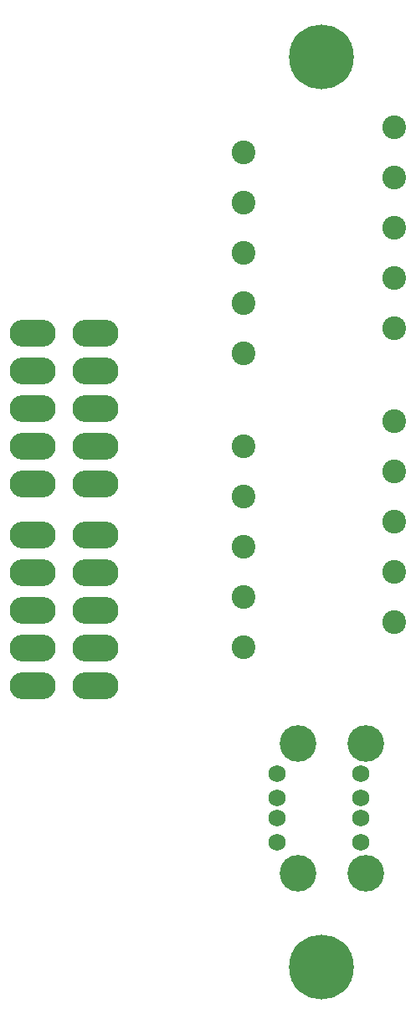
<source format=gts>
%FSLAX24Y24*%
%MOIN*%
G70*
G01*
G75*
G04 Layer_Color=8388736*
%ADD10C,0.0100*%
%ADD11C,0.0600*%
%ADD12C,0.1378*%
%ADD13C,0.2500*%
%ADD14O,0.1750X0.1000*%
%ADD15C,0.0866*%
%ADD16C,0.0680*%
%ADD17C,0.1458*%
%ADD18C,0.2580*%
%ADD19O,0.1830X0.1080*%
%ADD20C,0.0946*%
D16*
X13061Y-17537D02*
D03*
Y-18522D02*
D03*
Y-19309D02*
D03*
Y-20293D02*
D03*
X9715Y-17537D02*
D03*
Y-18522D02*
D03*
Y-19309D02*
D03*
Y-20293D02*
D03*
D17*
X10573Y-21500D02*
D03*
Y-16331D02*
D03*
X13250D02*
D03*
Y-21500D02*
D03*
D18*
X11500Y11000D02*
D03*
Y-25250D02*
D03*
D19*
X2500Y-14050D02*
D03*
X0D02*
D03*
X2500Y-12550D02*
D03*
X0D02*
D03*
X2500Y-11050D02*
D03*
X0D02*
D03*
X2500Y-9550D02*
D03*
X0D02*
D03*
X2500Y-8050D02*
D03*
X0D02*
D03*
X2500Y-6000D02*
D03*
X0D02*
D03*
X2500Y-4500D02*
D03*
X0D02*
D03*
X2500Y-3000D02*
D03*
X0D02*
D03*
X2500Y-1500D02*
D03*
X0D02*
D03*
X2500Y0D02*
D03*
X0D02*
D03*
D20*
X8400Y-12500D02*
D03*
Y-10500D02*
D03*
Y-8500D02*
D03*
Y-6500D02*
D03*
Y-4500D02*
D03*
X14400Y-11500D02*
D03*
Y-9500D02*
D03*
Y-7500D02*
D03*
Y-5500D02*
D03*
Y-3500D02*
D03*
X8400Y-800D02*
D03*
Y1200D02*
D03*
Y3200D02*
D03*
Y5200D02*
D03*
Y7200D02*
D03*
X14400Y200D02*
D03*
Y2200D02*
D03*
Y4200D02*
D03*
Y6200D02*
D03*
Y8200D02*
D03*
M02*

</source>
